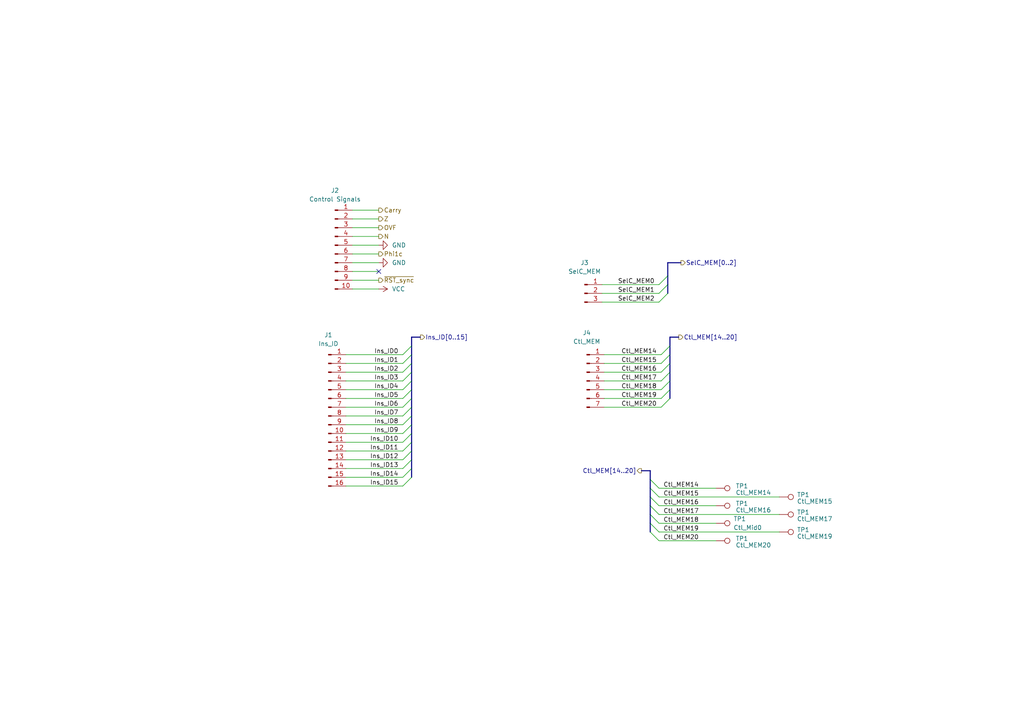
<source format=kicad_sch>
(kicad_sch (version 20230121) (generator eeschema)
  (paper "A4")
  (title_block (date "2023-11-14") (rev "E"))
  (lib_symbols
    (symbol "Connector:Conn_01x03_Pin" (pin_names (offset 1.016) hide)
      (property "Reference" "J" (at 0 5.08 0))
      (property "Value" "Conn_01x03_Pin" (at 0 -5.08 0))
      (symbol "Conn_01x03_Pin_1_1"
        (polyline (pts (xy 1.27 -2.54) (xy 0.8636 -2.54)) (stroke (width 0.1524)))
        (polyline (pts (xy 1.27 0) (xy 0.8636 0)) (stroke (width 0.1524)))
        (polyline (pts (xy 1.27 2.54) (xy 0.8636 2.54)) (stroke (width 0.1524)))
        (rectangle (start 0.8636 -2.413) (end 0 -2.667) (stroke (width 0.1524)) (fill (type outline)))
        (rectangle (start 0.8636 0.127) (end 0 -0.127) (stroke (width 0.1524)) (fill (type outline)))
        (rectangle (start 0.8636 2.667) (end 0 2.413) (stroke (width 0.1524)) (fill (type outline)))
        (pin passive line (at 5.08 2.54 180) (length 3.81) (name "Pin_1") (number "1"))
        (pin passive line (at 5.08 0 180) (length 3.81) (name "Pin_2") (number "2"))
        (pin passive line (at 5.08 -2.54 180) (length 3.81) (name "Pin_3") (number "3"))
      )
    )
    (symbol "Connector:Conn_01x07_Pin" (pin_names (offset 1.016) hide)
      (property "Reference" "J" (at 0 10.16 0))
      (property "Value" "Conn_01x07_Pin" (at 0 -10.16 0))
      (symbol "Conn_01x07_Pin_1_1"
        (polyline (pts (xy 1.27 -7.62) (xy 0.8636 -7.62)) (stroke (width 0.1524)))
        (polyline (pts (xy 1.27 -5.08) (xy 0.8636 -5.08)) (stroke (width 0.1524)))
        (polyline (pts (xy 1.27 -2.54) (xy 0.8636 -2.54)) (stroke (width 0.1524)))
        (polyline (pts (xy 1.27 0) (xy 0.8636 0)) (stroke (width 0.1524)))
        (polyline (pts (xy 1.27 2.54) (xy 0.8636 2.54)) (stroke (width 0.1524)))
        (polyline (pts (xy 1.27 5.08) (xy 0.8636 5.08)) (stroke (width 0.1524)))
        (polyline (pts (xy 1.27 7.62) (xy 0.8636 7.62)) (stroke (width 0.1524)))
        (rectangle (start 0.8636 -7.493) (end 0 -7.747) (stroke (width 0.1524)) (fill (type outline)))
        (rectangle (start 0.8636 -4.953) (end 0 -5.207) (stroke (width 0.1524)) (fill (type outline)))
        (rectangle (start 0.8636 -2.413) (end 0 -2.667) (stroke (width 0.1524)) (fill (type outline)))
        (rectangle (start 0.8636 0.127) (end 0 -0.127) (stroke (width 0.1524)) (fill (type outline)))
        (rectangle (start 0.8636 2.667) (end 0 2.413) (stroke (width 0.1524)) (fill (type outline)))
        (rectangle (start 0.8636 5.207) (end 0 4.953) (stroke (width 0.1524)) (fill (type outline)))
        (rectangle (start 0.8636 7.747) (end 0 7.493) (stroke (width 0.1524)) (fill (type outline)))
        (pin passive line (at 5.08 7.62 180) (length 3.81) (name "Pin_1") (number "1"))
        (pin passive line (at 5.08 5.08 180) (length 3.81) (name "Pin_2") (number "2"))
        (pin passive line (at 5.08 2.54 180) (length 3.81) (name "Pin_3") (number "3"))
        (pin passive line (at 5.08 0 180) (length 3.81) (name "Pin_4") (number "4"))
        (pin passive line (at 5.08 -2.54 180) (length 3.81) (name "Pin_5") (number "5"))
        (pin passive line (at 5.08 -5.08 180) (length 3.81) (name "Pin_6") (number "6"))
        (pin passive line (at 5.08 -7.62 180) (length 3.81) (name "Pin_7") (number "7"))
      )
    )
    (symbol "Connector:Conn_01x10_Pin" (pin_names (offset 1.016) hide)
      (property "Reference" "J" (at 0 12.7 0))
      (property "Value" "Conn_01x10_Pin" (at 0 -15.24 0))
      (symbol "Conn_01x10_Pin_1_1"
        (polyline (pts (xy 1.27 -12.7) (xy 0.8636 -12.7)) (stroke (width 0.1524)))
        (polyline (pts (xy 1.27 -10.16) (xy 0.8636 -10.16)) (stroke (width 0.1524)))
        (polyline (pts (xy 1.27 -7.62) (xy 0.8636 -7.62)) (stroke (width 0.1524)))
        (polyline (pts (xy 1.27 -5.08) (xy 0.8636 -5.08)) (stroke (width 0.1524)))
        (polyline (pts (xy 1.27 -2.54) (xy 0.8636 -2.54)) (stroke (width 0.1524)))
        (polyline (pts (xy 1.27 0) (xy 0.8636 0)) (stroke (width 0.1524)))
        (polyline (pts (xy 1.27 2.54) (xy 0.8636 2.54)) (stroke (width 0.1524)))
        (polyline (pts (xy 1.27 5.08) (xy 0.8636 5.08)) (stroke (width 0.1524)))
        (polyline (pts (xy 1.27 7.62) (xy 0.8636 7.62)) (stroke (width 0.1524)))
        (polyline (pts (xy 1.27 10.16) (xy 0.8636 10.16)) (stroke (width 0.1524)))
        (rectangle (start 0.8636 -12.573) (end 0 -12.827) (stroke (width 0.1524)) (fill (type outline)))
        (rectangle (start 0.8636 -10.033) (end 0 -10.287) (stroke (width 0.1524)) (fill (type outline)))
        (rectangle (start 0.8636 -7.493) (end 0 -7.747) (stroke (width 0.1524)) (fill (type outline)))
        (rectangle (start 0.8636 -4.953) (end 0 -5.207) (stroke (width 0.1524)) (fill (type outline)))
        (rectangle (start 0.8636 -2.413) (end 0 -2.667) (stroke (width 0.1524)) (fill (type outline)))
        (rectangle (start 0.8636 0.127) (end 0 -0.127) (stroke (width 0.1524)) (fill (type outline)))
        (rectangle (start 0.8636 2.667) (end 0 2.413) (stroke (width 0.1524)) (fill (type outline)))
        (rectangle (start 0.8636 5.207) (end 0 4.953) (stroke (width 0.1524)) (fill (type outline)))
        (rectangle (start 0.8636 7.747) (end 0 7.493) (stroke (width 0.1524)) (fill (type outline)))
        (rectangle (start 0.8636 10.287) (end 0 10.033) (stroke (width 0.1524)) (fill (type outline)))
        (pin passive line (at 5.08 10.16 180) (length 3.81) (name "Pin_1") (number "1"))
        (pin passive line (at 5.08 -12.7 180) (length 3.81) (name "Pin_10") (number "10"))
        (pin passive line (at 5.08 7.62 180) (length 3.81) (name "Pin_2") (number "2"))
        (pin passive line (at 5.08 5.08 180) (length 3.81) (name "Pin_3") (number "3"))
        (pin passive line (at 5.08 2.54 180) (length 3.81) (name "Pin_4") (number "4"))
        (pin passive line (at 5.08 0 180) (length 3.81) (name "Pin_5") (number "5"))
        (pin passive line (at 5.08 -2.54 180) (length 3.81) (name "Pin_6") (number "6"))
        (pin passive line (at 5.08 -5.08 180) (length 3.81) (name "Pin_7") (number "7"))
        (pin passive line (at 5.08 -7.62 180) (length 3.81) (name "Pin_8") (number "8"))
        (pin passive line (at 5.08 -10.16 180) (length 3.81) (name "Pin_9") (number "9"))
      )
    )
    (symbol "Connector:Conn_01x16_Pin" (pin_names (offset 1.016) hide)
      (property "Reference" "J" (at 0 20.32 0))
      (property "Value" "Conn_01x16_Pin" (at 0 -22.86 0))
      (symbol "Conn_01x16_Pin_1_1"
        (polyline (pts (xy 1.27 -20.32) (xy 0.8636 -20.32)) (stroke (width 0.1524)))
        (polyline (pts (xy 1.27 -17.78) (xy 0.8636 -17.78)) (stroke (width 0.1524)))
        (polyline (pts (xy 1.27 -15.24) (xy 0.8636 -15.24)) (stroke (width 0.1524)))
        (polyline (pts (xy 1.27 -12.7) (xy 0.8636 -12.7)) (stroke (width 0.1524)))
        (polyline (pts (xy 1.27 -10.16) (xy 0.8636 -10.16)) (stroke (width 0.1524)))
        (polyline (pts (xy 1.27 -7.62) (xy 0.8636 -7.62)) (stroke (width 0.1524)))
        (polyline (pts (xy 1.27 -5.08) (xy 0.8636 -5.08)) (stroke (width 0.1524)))
        (polyline (pts (xy 1.27 -2.54) (xy 0.8636 -2.54)) (stroke (width 0.1524)))
        (polyline (pts (xy 1.27 0) (xy 0.8636 0)) (stroke (width 0.1524)))
        (polyline (pts (xy 1.27 2.54) (xy 0.8636 2.54)) (stroke (width 0.1524)))
        (polyline (pts (xy 1.27 5.08) (xy 0.8636 5.08)) (stroke (width 0.1524)))
        (polyline (pts (xy 1.27 7.62) (xy 0.8636 7.62)) (stroke (width 0.1524)))
        (polyline (pts (xy 1.27 10.16) (xy 0.8636 10.16)) (stroke (width 0.1524)))
        (polyline (pts (xy 1.27 12.7) (xy 0.8636 12.7)) (stroke (width 0.1524)))
        (polyline (pts (xy 1.27 15.24) (xy 0.8636 15.24)) (stroke (width 0.1524)))
        (polyline (pts (xy 1.27 17.78) (xy 0.8636 17.78)) (stroke (width 0.1524)))
        (rectangle (start 0.8636 -20.193) (end 0 -20.447) (stroke (width 0.1524)) (fill (type outline)))
        (rectangle (start 0.8636 -17.653) (end 0 -17.907) (stroke (width 0.1524)) (fill (type outline)))
        (rectangle (start 0.8636 -15.113) (end 0 -15.367) (stroke (width 0.1524)) (fill (type outline)))
        (rectangle (start 0.8636 -12.573) (end 0 -12.827) (stroke (width 0.1524)) (fill (type outline)))
        (rectangle (start 0.8636 -10.033) (end 0 -10.287) (stroke (width 0.1524)) (fill (type outline)))
        (rectangle (start 0.8636 -7.493) (end 0 -7.747) (stroke (width 0.1524)) (fill (type outline)))
        (rectangle (start 0.8636 -4.953) (end 0 -5.207) (stroke (width 0.1524)) (fill (type outline)))
        (rectangle (start 0.8636 -2.413) (end 0 -2.667) (stroke (width 0.1524)) (fill (type outline)))
        (rectangle (start 0.8636 0.127) (end 0 -0.127) (stroke (width 0.1524)) (fill (type outline)))
        (rectangle (start 0.8636 2.667) (end 0 2.413) (stroke (width 0.1524)) (fill (type outline)))
        (rectangle (start 0.8636 5.207) (end 0 4.953) (stroke (width 0.1524)) (fill (type outline)))
        (rectangle (start 0.8636 7.747) (end 0 7.493) (stroke (width 0.1524)) (fill (type outline)))
        (rectangle (start 0.8636 10.287) (end 0 10.033) (stroke (width 0.1524)) (fill (type outline)))
        (rectangle (start 0.8636 12.827) (end 0 12.573) (stroke (width 0.1524)) (fill (type outline)))
        (rectangle (start 0.8636 15.367) (end 0 15.113) (stroke (width 0.1524)) (fill (type outline)))
        (rectangle (start 0.8636 17.907) (end 0 17.653) (stroke (width 0.1524)) (fill (type outline)))
        (pin passive line (at 5.08 17.78 180) (length 3.81) (name "Pin_1") (number "1"))
        (pin passive line (at 5.08 -5.08 180) (length 3.81) (name "Pin_10") (number "10"))
        (pin passive line (at 5.08 -7.62 180) (length 3.81) (name "Pin_11") (number "11"))
        (pin passive line (at 5.08 -10.16 180) (length 3.81) (name "Pin_12") (number "12"))
        (pin passive line (at 5.08 -12.7 180) (length 3.81) (name "Pin_13") (number "13"))
        (pin passive line (at 5.08 -15.24 180) (length 3.81) (name "Pin_14") (number "14"))
        (pin passive line (at 5.08 -17.78 180) (length 3.81) (name "Pin_15") (number "15"))
        (pin passive line (at 5.08 -20.32 180) (length 3.81) (name "Pin_16") (number "16"))
        (pin passive line (at 5.08 15.24 180) (length 3.81) (name "Pin_2") (number "2"))
        (pin passive line (at 5.08 12.7 180) (length 3.81) (name "Pin_3") (number "3"))
        (pin passive line (at 5.08 10.16 180) (length 3.81) (name "Pin_4") (number "4"))
        (pin passive line (at 5.08 7.62 180) (length 3.81) (name "Pin_5") (number "5"))
        (pin passive line (at 5.08 5.08 180) (length 3.81) (name "Pin_6") (number "6"))
        (pin passive line (at 5.08 2.54 180) (length 3.81) (name "Pin_7") (number "7"))
        (pin passive line (at 5.08 0 180) (length 3.81) (name "Pin_8") (number "8"))
        (pin passive line (at 5.08 -2.54 180) (length 3.81) (name "Pin_9") (number "9"))
      )
    )
    (symbol "Connector:TestPoint" (pin_numbers hide) (pin_names (offset 0.762) hide)
      (property "Reference" "TP" (at 0 6.858 0))
      (property "Value" "TestPoint" (at 0 5.08 0))
      (symbol "TestPoint_0_1"
        (circle (center 0 3.302) (radius 0.762))
      )
      (symbol "TestPoint_1_1"
        (pin passive line (at 0 0 90) (length 2.54) (name "1") (number "1"))
      )
    )
    (symbol "power:GND" (power) (pin_names (offset 0))
      (property "Value" "GND" (at 0 -3.81 0))
      (symbol "GND_0_1"
        (polyline (pts (xy 0 0) (xy 0 -1.27) (xy 1.27 -1.27) (xy 0 -2.54) (xy -1.27 -1.27) (xy 0 -1.27)))
      )
      (symbol "GND_1_1"
        (pin power_in line (at 0 0 270) (length 0) hide (name "GND") (number "1"))
      )
    )
    (symbol "power:VCC" (power) (pin_names (offset 0))
      (property "Value" "VCC" (at 0 3.81 0))
      (symbol "VCC_0_1"
        (polyline (pts (xy -0.762 1.27) (xy 0 2.54)))
        (polyline (pts (xy 0 0) (xy 0 2.54)))
        (polyline (pts (xy 0 2.54) (xy 0.762 1.27)))
      )
      (symbol "VCC_1_1"
        (pin power_in line (at 0 0 90) (length 0) hide (name "VCC") (number "1"))
      )
    )
  )
  (no_connect (at 109.855 78.74))
  (bus_entry (at 194.31 113.03) (size -2.54 2.54))
  (bus_entry (at 119.38 110.49) (size -2.54 2.54))
  (bus_entry (at 119.38 115.57) (size -2.54 2.54))
  (bus_entry (at 194.31 102.87) (size -2.54 2.54))
  (bus_entry (at 119.38 100.33) (size -2.54 2.54))
  (bus_entry (at 119.38 120.65) (size -2.54 2.54))
  (bus_entry (at 119.38 107.95) (size -2.54 2.54))
  (bus_entry (at 119.38 138.43) (size -2.54 2.54))
  (bus_entry (at 188.595 154.305) (size 2.54 2.54))
  (bus_entry (at 188.595 139.065) (size 2.54 2.54))
  (bus_entry (at 194.31 115.57) (size -2.54 2.54))
  (bus_entry (at 188.595 146.685) (size 2.54 2.54))
  (bus_entry (at 194.31 100.33) (size -2.54 2.54))
  (bus_entry (at 119.38 102.87) (size -2.54 2.54))
  (bus_entry (at 119.38 105.41) (size -2.54 2.54))
  (bus_entry (at 119.38 123.19) (size -2.54 2.54))
  (bus_entry (at 119.38 130.81) (size -2.54 2.54))
  (bus_entry (at 188.595 151.765) (size 2.54 2.54))
  (bus_entry (at 194.31 107.95) (size -2.54 2.54))
  (bus_entry (at 119.38 135.89) (size -2.54 2.54))
  (bus_entry (at 119.38 113.03) (size -2.54 2.54))
  (bus_entry (at 119.38 118.11) (size -2.54 2.54))
  (bus_entry (at 193.675 85.09) (size -2.54 2.54))
  (bus_entry (at 188.595 141.605) (size 2.54 2.54))
  (bus_entry (at 119.38 125.73) (size -2.54 2.54))
  (bus_entry (at 193.675 82.55) (size -2.54 2.54))
  (bus_entry (at 194.31 105.41) (size -2.54 2.54))
  (bus_entry (at 119.38 133.35) (size -2.54 2.54))
  (bus_entry (at 119.38 128.27) (size -2.54 2.54))
  (bus_entry (at 188.595 149.225) (size 2.54 2.54))
  (bus_entry (at 188.595 144.145) (size 2.54 2.54))
  (bus_entry (at 193.675 80.01) (size -2.54 2.54))
  (bus_entry (at 194.31 110.49) (size -2.54 2.54))
  (bus (pts (xy 196.85 97.79) (xy 194.31 97.79)))
  (wire (pts (xy 191.77 110.49) (xy 175.26 110.49)))
  (bus (pts (xy 119.38 115.57) (xy 119.38 118.11)))
  (wire (pts (xy 102.235 81.28) (xy 109.855 81.28)))
  (wire (pts (xy 191.77 115.57) (xy 175.26 115.57)))
  (wire (pts (xy 102.235 83.82) (xy 109.855 83.82)))
  (wire (pts (xy 191.135 85.09) (xy 174.625 85.09)))
  (bus (pts (xy 119.38 97.79) (xy 119.38 100.33)))
  (wire (pts (xy 116.84 115.57) (xy 100.33 115.57)))
  (bus (pts (xy 188.595 151.765) (xy 188.595 154.305)))
  (bus (pts (xy 188.595 141.605) (xy 188.595 144.145)))
  (wire (pts (xy 102.235 60.96) (xy 109.855 60.96)))
  (wire (pts (xy 191.135 156.845) (xy 207.645 156.845)))
  (bus (pts (xy 121.92 97.79) (xy 119.38 97.79)))
  (bus (pts (xy 193.675 85.09) (xy 193.675 82.55)))
  (wire (pts (xy 116.84 105.41) (xy 100.33 105.41)))
  (bus (pts (xy 119.38 133.35) (xy 119.38 135.89)))
  (wire (pts (xy 102.235 68.58) (xy 109.855 68.58)))
  (bus (pts (xy 194.31 110.49) (xy 194.31 113.03)))
  (bus (pts (xy 119.38 113.03) (xy 119.38 115.57)))
  (wire (pts (xy 116.84 128.27) (xy 100.33 128.27)))
  (bus (pts (xy 193.675 76.2) (xy 197.485 76.2)))
  (bus (pts (xy 188.595 136.525) (xy 188.595 139.065)))
  (wire (pts (xy 191.135 82.55) (xy 174.625 82.55)))
  (wire (pts (xy 191.77 118.11) (xy 175.26 118.11)))
  (wire (pts (xy 102.235 66.04) (xy 109.855 66.04)))
  (bus (pts (xy 119.38 128.27) (xy 119.38 130.81)))
  (wire (pts (xy 116.84 118.11) (xy 100.33 118.11)))
  (bus (pts (xy 119.38 110.49) (xy 119.38 113.03)))
  (wire (pts (xy 116.84 120.65) (xy 100.33 120.65)))
  (bus (pts (xy 119.38 107.95) (xy 119.38 110.49)))
  (wire (pts (xy 191.135 141.605) (xy 207.645 141.605)))
  (bus (pts (xy 193.675 80.01) (xy 193.675 76.2)))
  (bus (pts (xy 194.31 100.33) (xy 194.31 102.87)))
  (wire (pts (xy 191.135 149.225) (xy 226.06 149.225)))
  (wire (pts (xy 191.77 102.87) (xy 175.26 102.87)))
  (bus (pts (xy 188.595 149.225) (xy 188.595 151.765)))
  (wire (pts (xy 116.84 138.43) (xy 100.33 138.43)))
  (wire (pts (xy 191.135 151.765) (xy 207.645 151.765)))
  (bus (pts (xy 194.31 113.03) (xy 194.31 115.57)))
  (bus (pts (xy 119.38 100.33) (xy 119.38 102.87)))
  (wire (pts (xy 191.77 113.03) (xy 175.26 113.03)))
  (wire (pts (xy 191.135 144.145) (xy 226.06 144.145)))
  (bus (pts (xy 119.38 105.41) (xy 119.38 107.95)))
  (wire (pts (xy 102.235 73.66) (xy 109.855 73.66)))
  (wire (pts (xy 116.84 123.19) (xy 100.33 123.19)))
  (wire (pts (xy 102.235 78.74) (xy 109.855 78.74)))
  (wire (pts (xy 116.84 113.03) (xy 100.33 113.03)))
  (wire (pts (xy 116.84 133.35) (xy 100.33 133.35)))
  (bus (pts (xy 186.055 136.525) (xy 188.595 136.525)))
  (wire (pts (xy 102.235 76.2) (xy 109.855 76.2)))
  (bus (pts (xy 119.38 130.81) (xy 119.38 133.35)))
  (wire (pts (xy 116.84 102.87) (xy 100.33 102.87)))
  (bus (pts (xy 194.31 97.79) (xy 194.31 100.33)))
  (bus (pts (xy 119.38 125.73) (xy 119.38 128.27)))
  (bus (pts (xy 194.31 107.95) (xy 194.31 110.49)))
  (bus (pts (xy 188.595 139.065) (xy 188.595 141.605)))
  (wire (pts (xy 191.77 107.95) (xy 175.26 107.95)))
  (bus (pts (xy 119.38 135.89) (xy 119.38 138.43)))
  (bus (pts (xy 119.38 102.87) (xy 119.38 105.41)))
  (wire (pts (xy 116.84 110.49) (xy 100.33 110.49)))
  (bus (pts (xy 194.31 105.41) (xy 194.31 107.95)))
  (bus (pts (xy 188.595 144.145) (xy 188.595 146.685)))
  (bus (pts (xy 194.31 102.87) (xy 194.31 105.41)))
  (wire (pts (xy 116.84 130.81) (xy 100.33 130.81)))
  (wire (pts (xy 102.235 71.12) (xy 109.855 71.12)))
  (bus (pts (xy 119.38 123.19) (xy 119.38 125.73)))
  (wire (pts (xy 116.84 125.73) (xy 100.33 125.73)))
  (wire (pts (xy 191.135 146.685) (xy 207.645 146.685)))
  (wire (pts (xy 191.77 105.41) (xy 175.26 105.41)))
  (wire (pts (xy 191.135 154.305) (xy 226.06 154.305)))
  (wire (pts (xy 191.135 87.63) (xy 174.625 87.63)))
  (bus (pts (xy 188.595 146.685) (xy 188.595 149.225)))
  (wire (pts (xy 102.235 63.5) (xy 109.855 63.5)))
  (bus (pts (xy 119.38 118.11) (xy 119.38 120.65)))
  (bus (pts (xy 193.675 82.55) (xy 193.675 80.01)))
  (bus (pts (xy 119.38 120.65) (xy 119.38 123.19)))
  (wire (pts (xy 116.84 107.95) (xy 100.33 107.95)))
  (wire (pts (xy 116.84 135.89) (xy 100.33 135.89)))
  (wire (pts (xy 116.84 140.97) (xy 100.33 140.97)))
  (label "SelC_MEM1" (at 189.865 85.09 180))
  (label "Ins_ID0" (at 115.57 102.87 180))
  (label "Ins_ID10" (at 115.57 128.27 180))
  (label "Ins_ID6" (at 115.57 118.11 180))
  (label "Ins_ID5" (at 115.57 115.57 180))
  (label "Ctl_MEM19" (at 192.405 154.305 0))
  (label "SelC_MEM0" (at 189.865 82.55 180))
  (label "Ins_ID14" (at 115.57 138.43 180))
  (label "Ctl_MEM17" (at 190.5 110.49 180))
  (label "Ctl_MEM14" (at 192.405 141.605 0))
  (label "Ins_ID15" (at 115.57 140.97 180))
  (label "Ins_ID13" (at 115.57 135.89 180))
  (label "Ctl_MEM18" (at 192.405 151.765 0))
  (label "Ins_ID12" (at 115.57 133.35 180))
  (label "Ins_ID3" (at 115.57 110.49 180))
  (label "Ins_ID7" (at 115.57 120.65 180))
  (label "Ctl_MEM18" (at 190.5 113.03 180))
  (label "Ctl_MEM17" (at 192.405 149.225 0))
  (label "Ins_ID2" (at 115.57 107.95 180))
  (label "Ctl_MEM15" (at 190.5 105.41 180))
  (label "Ctl_MEM20" (at 192.405 156.845 0))
  (label "Ins_ID9" (at 115.57 125.73 180))
  (label "Ctl_MEM16" (at 192.405 146.685 0))
  (label "Ctl_MEM19" (at 190.5 115.57 180))
  (label "Ctl_MEM20" (at 190.5 118.11 180))
  (label "Ins_ID1" (at 115.57 105.41 180))
  (label "Ins_ID11" (at 115.57 130.81 180))
  (label "SelC_MEM2" (at 189.865 87.63 180))
  (label "Ins_ID4" (at 115.57 113.03 180))
  (label "Ctl_MEM16" (at 190.5 107.95 180))
  (label "Ctl_MEM14" (at 190.5 102.87 180))
  (label "Ctl_MEM15" (at 192.405 144.145 0))
  (label "Ins_ID8" (at 115.57 123.19 180))
  (hierarchical_label "OVF" (shape output) (at 109.855 66.04 0))
  (hierarchical_label "Z" (shape output) (at 109.855 63.5 0))
  (hierarchical_label "Ctl_MEM[14..20]" (shape output) (at 196.85 97.79 0))
  (hierarchical_label "SelC_MEM[0..2]" (shape output) (at 197.485 76.2 0))
  (hierarchical_label "N" (shape output) (at 109.855 68.58 0))
  (hierarchical_label "~{RST_sync}" (shape output) (at 109.855 81.28 0))
  (hierarchical_label "Ins_ID[0..15]" (shape output) (at 121.92 97.79 0))
  (hierarchical_label "Phi1c" (shape output) (at 109.855 73.66 0))
  (hierarchical_label "Ctl_MEM[14..20]" (shape output) (at 186.055 136.525 180))
  (hierarchical_label "Carry" (shape output) (at 109.855 60.96 0))
  (symbol (lib_id "power:GND") (at 109.855 71.12 90) (unit 1)
    (property "Reference" "#PWR017" (effects hide))
    (property "Value" "GND" (at 113.665 71.1199 90) (effects (justify right)))
  )
  (symbol (lib_id "Connector:TestPoint") (at 226.06 149.225 270) (unit 1)
    (property "Reference" "TP1" (at 231.14 148.59 90) (effects (justify left)))
    (property "Value" "Ctl_MEM17" (at 231.14 150.495 90) (effects (justify left)))
    (property "Footprint" "TestPoint:TestPoint_Pad_D1.0mm" (effects hide))
    (instances (project "ControlModule" (path "" (reference "TP1") (unit 1)) (path "" (reference "TP6") (unit 1))))
  )
  (symbol (lib_id "Connector:TestPoint") (at 207.645 146.685 270) (unit 1)
    (property "Reference" "TP1" (at 213.36 146.05 90) (effects (justify left)))
    (property "Value" "Ctl_MEM16" (at 213.36 147.955 90) (effects (justify left)))
    (property "Footprint" "TestPoint:TestPoint_Pad_D1.0mm" (effects hide))
    (instances (project "ControlModule" (path "" (reference "TP1") (unit 1)) (path "" (reference "TP2") (unit 1))))
  )
  (symbol (lib_id "Connector:Conn_01x10_Pin") (at 97.155 71.12 0) (unit 1)
    (property "Reference" "J2" (at 97.155 55.245 0))
    (property "Value" "Control Signals" (at 97.155 57.785 0))
    (property "Footprint" "Connector_PinHeader_2.54mm:PinHeader_1x10_P2.54mm_Vertical" (effects hide))
  )
  (symbol (lib_id "Connector:TestPoint") (at 207.645 141.605 270) (unit 1)
    (property "Reference" "TP1" (at 213.36 140.97 90) (effects (justify left)))
    (property "Value" "Ctl_MEM14" (at 213.36 142.875 90) (effects (justify left)))
    (property "Footprint" "TestPoint:TestPoint_Pad_D1.0mm" (effects hide))
  )
  (symbol (lib_id "Connector:Conn_01x03_Pin") (at 169.545 85.09 0) (unit 1)
    (property "Reference" "J3" (at 169.545 76.2 0))
    (property "Value" "SelC_MEM" (at 169.545 78.74 0))
    (property "Footprint" "Connector_PinHeader_2.54mm:PinHeader_1x03_P2.54mm_Vertical" (effects hide))
  )
  (symbol (lib_id "power:VCC") (at 109.855 83.82 270) (unit 1)
    (property "Reference" "#PWR019" (effects hide))
    (property "Value" "VCC" (at 113.665 83.8199 90) (effects (justify left)))
  )
  (symbol (lib_id "Connector:TestPoint") (at 226.06 154.305 270) (unit 1)
    (property "Reference" "TP1" (at 231.14 153.67 90) (effects (justify left)))
    (property "Value" "Ctl_MEM19" (at 231.14 155.575 90) (effects (justify left)))
    (property "Footprint" "TestPoint:TestPoint_Pad_D1.0mm" (effects hide))
    (instances (project "ControlModule" (path "" (reference "TP1") (unit 1)) (path "" (reference "TP7") (unit 1))))
  )
  (symbol (lib_id "Connector:TestPoint") (at 226.06 144.145 270) (unit 1)
    (property "Reference" "TP1" (at 231.14 143.51 90) (effects (justify left)))
    (property "Value" "Ctl_MEM15" (at 231.14 145.415 90) (effects (justify left)))
    (property "Footprint" "TestPoint:TestPoint_Pad_D1.0mm" (effects hide))
    (instances (project "ControlModule" (path "" (reference "TP1") (unit 1)) (path "" (reference "TP5") (unit 1))))
  )
  (symbol (lib_id "Connector:Conn_01x07_Pin") (at 170.18 110.49 0) (unit 1)
    (property "Reference" "J4" (at 170.18 96.52 0))
    (property "Value" "Ctl_MEM" (at 170.18 99.06 0))
    (property "Footprint" "Connector_PinHeader_2.54mm:PinHeader_1x07_P2.54mm_Vertical" (effects hide))
  )
  (symbol (lib_id "Connector:TestPoint") (at 207.645 151.765 270) (unit 1)
    (property "Reference" "TP1" (at 212.725 150.4949 90) (effects (justify left)))
    (property "Value" "Ctl_Mid0" (at 212.725 153.0349 90) (effects (justify left)))
    (property "Footprint" "TestPoint:TestPoint_Pad_D1.0mm" (effects hide))
    (instances (project "ControlModule" (path "" (reference "TP1") (unit 1)) (path "" (reference "TP3") (unit 1))))
  )
  (symbol (lib_id "Connector:Conn_01x16_Pin") (at 95.25 120.65 0) (unit 1)
    (property "Reference" "J1" (at 95.25 97.155 0))
    (property "Value" "Ins_ID" (at 95.25 99.695 0))
    (property "Footprint" "Connector_PinHeader_2.54mm:PinHeader_1x16_P2.54mm_Vertical" (effects hide))
  )
  (symbol (lib_id "Connector:TestPoint") (at 207.645 156.845 270) (unit 1)
    (property "Reference" "TP1" (at 213.36 156.21 90) (effects (justify left)))
    (property "Value" "Ctl_MEM20" (at 213.36 158.115 90) (effects (justify left)))
    (property "Footprint" "TestPoint:TestPoint_Pad_D1.0mm" (effects hide))
    (instances (project "ControlModule" (path "" (reference "TP1") (unit 1)) (path "" (reference "TP4") (unit 1))))
  )
  (symbol (lib_id "power:GND") (at 109.855 76.2 90) (unit 1)
    (property "Reference" "#PWR018" (effects hide))
    (property "Value" "GND" (at 113.665 76.1999 90) (effects (justify right)))
  )
)
</source>
